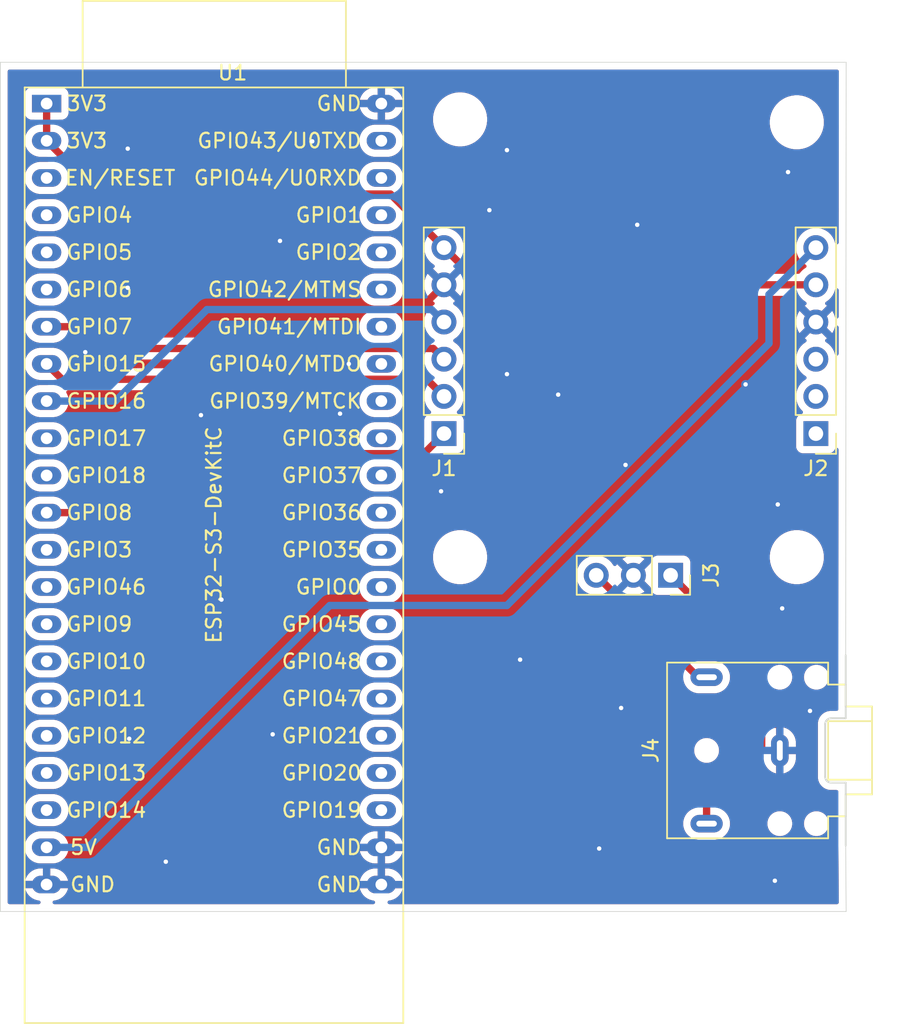
<source format=kicad_pcb>
(kicad_pcb (version 20241229) (generator "pcbnew") (generator_version "9.0")
  (layers (0 "F.Cu" signal) (2 "B.Cu" signal) (13 "F.Paste" user) (15 "B.Paste" user) (5 "F.SilkS" user "F.Silkscreen") (7 "B.SilkS" user "B.Silkscreen") (1 "F.Mask" user) (3 "B.Mask" user) (25 "Edge.Cuts" user))
  (net 0 "")
  (net 4 "GND")
  (net 32 "+5V")
  (net 36 "/BCLK")
  (net 37 "/LRCK")
  (net 38 "/MCLK")
  (net 39 "+3.3V")
  (net 40 "/OUT")
  (net 41 "/FMY")
  (net 42 "/MDI")
  (net 43 "/MDO")
  (net 44 "/RIN")
  (net 45 "/LIN")
  (footprint "MountingHole:MountingHole_3.2mm_M3" (layer "F.Cu") (at 188.4 85.1)
    (property "Reference" "H2" (hide yes))
    (property "Value" "MountingHole" (hide yes))
    (pad "" np_thru_hole circle (at 0 0) (size 3.2 3.2) (drill 3.2) (layers "*.Cu" "*.Mask"))
  )
  (footprint "Connector_PinHeader_2.54mm:PinHeader_1x06_P2.54mm_Vertical" (layer "F.Cu") (at 189.7 106.360002 180)
    (property "Reference" "J2" (at 0 -2.38 0) (layer "F.SilkS"))
    (property "Value" "Conn_01x06_Pin")
    (fp_line (start 1.38 1.27) (end 1.38 14.08) (stroke (width 0.12)) (layer "F.SilkS"))
    (fp_line (start -1.38 14.08) (end 1.38 14.08) (stroke (width 0.12)) (layer "F.SilkS"))
    (fp_line (start -1.38 1.27) (end 1.38 1.27) (stroke (width 0.12)) (layer "F.SilkS"))
    (fp_line (start -1.38 1.27) (end -1.38 14.08) (stroke (width 0.12)) (layer "F.SilkS"))
    (fp_line (start -1.38 0) (end -1.38 -1.38) (stroke (width 0.12)) (layer "F.SilkS"))
    (fp_line (start -1.38 -1.38) (end 0 -1.38) (stroke (width 0.12)) (layer "F.SilkS"))
    (pad "1" thru_hole rect (at 0 0 180) (size 1.7 1.7) (drill 1) (layers "*.Cu" "*.Mask") (net 41 "/FMY"))
    (pad "2" thru_hole circle (at 0 2.54 180) (size 1.7 1.7) (drill 1) (layers "*.Cu" "*.Mask") (net 42 "/MDI"))
    (pad "3" thru_hole circle (at 0 5.08 180) (size 1.7 1.7) (drill 1) (layers "*.Cu" "*.Mask") (net 43 "/MDO"))
    (pad "4" thru_hole circle (at 0 7.62 180) (size 1.7 1.7) (drill 1) (layers "*.Cu" "*.Mask") (net 4 "GND"))
    (pad "5" thru_hole circle (at 0 10.16 180) (size 1.7 1.7) (drill 1) (layers "*.Cu" "*.Mask") (net 39 "+3.3V"))
    (pad "6" thru_hole circle (at 0 12.7 180) (size 1.7 1.7) (drill 1) (layers "*.Cu" "*.Mask") (net 32 "+5V"))
  )
  (footprint "MountingHole:MountingHole_3.2mm_M3" (layer "F.Cu") (at 188.4 114.8)
    (property "Reference" "H4" (hide yes))
    (property "Value" "MountingHole" (hide yes))
    (pad "" np_thru_hole circle (at 0 0) (size 3.2 3.2) (drill 3.2) (layers "*.Cu" "*.Mask"))
  )
  (footprint "Connector_PinSocket_2.54mm:PinSocket_1x03_P2.54mm_Vertical" (layer "F.Cu") (at 179.779 116.037002 -90)
    (property "Reference" "J3" (at 0 -2.77 90) (layer "F.SilkS"))
    (property "Value" "Conn_01x03_Pin")
    (fp_line (start -1.33 6.41) (end 1.33 6.41) (stroke (width 0.12)) (layer "F.SilkS"))
    (fp_line (start -1.33 1.27) (end -1.33 6.41) (stroke (width 0.12)) (layer "F.SilkS"))
    (fp_line (start -1.33 1.27) (end 1.33 1.27) (stroke (width 0.12)) (layer "F.SilkS"))
    (fp_line (start 1.33 1.27) (end 1.33 6.41) (stroke (width 0.12)) (layer "F.SilkS"))
    (fp_line (start 0 -1.33) (end 1.33 -1.33) (stroke (width 0.12)) (layer "F.SilkS"))
    (fp_line (start 1.33 -1.33) (end 1.33 0) (stroke (width 0.12)) (layer "F.SilkS"))
    (pad "1" thru_hole rect (at 0 0 270) (size 1.7 1.7) (drill 1) (layers "*.Cu" "*.Mask") (net 44 "/RIN"))
    (pad "2" thru_hole circle (at 0 2.54 270) (size 1.7 1.7) (drill 1) (layers "*.Cu" "*.Mask") (net 4 "GND"))
    (pad "3" thru_hole circle (at 0 5.08 270) (size 1.7 1.7) (drill 1) (layers "*.Cu" "*.Mask") (net 45 "/LIN"))
  )
  (footprint "PCM_Espressif:ESP32-S3-DevKitC" (layer "F.Cu") (at 137.16 83.82)
    (property "Reference" "U1" (at 12.7 -2.1 0) (layer "F.SilkS"))
    (property "Value" "ESP32-S3-DevKitC" (at 11.42632 29.46128 90) (layer "F.SilkS"))
    (fp_line (start -1.5 62.79728) (end 24.359999 62.79728) (stroke (width 0.12)) (layer "F.SilkS"))
    (fp_line (start -1.499999 -1.1) (end -1.5 62.79728) (stroke (width 0.12)) (layer "F.SilkS"))
    (fp_line (start 2.46012 -7.01312) (end 20.44332 -7.01312) (stroke (width 0.12)) (layer "F.SilkS"))
    (fp_line (start 2.46012 -1.12032) (end 2.46012 -7.01312) (stroke (width 0.12)) (layer "F.SilkS"))
    (fp_line (start 20.44332 -7.01312) (end 20.44332 -1.12032) (stroke (width 0.12)) (layer "F.SilkS"))
    (fp_line (start 24.359999 62.79728) (end 24.36 -1.1) (stroke (width 0.12)) (layer "F.SilkS"))
    (fp_line (start 24.36 -1.1) (end -1.499999 -1.1) (stroke (width 0.12)) (layer "F.SilkS"))
    (fp_text user "EN/RESET" (at 8.88632 5.07728 0) (layer "F.SilkS") (effects (justify right)))
    (fp_text user "GPIO9" (at 1.27 35.56 0) (layer "F.SilkS") (effects (justify left)))
    (fp_text user "GPIO45" (at 21.59 35.56 0) (layer "F.SilkS") (effects (justify right)))
    (fp_text user "GPIO20" (at 21.59 45.72 0) (layer "F.SilkS") (effects (justify right)))
    (fp_text user "GPIO5" (at 1.27 10.16 0) (layer "F.SilkS") (effects (justify left)))
    (fp_text user "GPIO37" (at 21.59 25.4 0) (layer "F.SilkS") (effects (justify right)))
    (fp_text user "GND" (at 21.59 0 0) (layer "F.SilkS") (effects (justify right)))
    (fp_text user "GPIO46" (at 1.27 33.02 0) (layer "F.SilkS") (effects (justify left)))
    (fp_text user "GPIO2" (at 21.59 10.16 0) (layer "F.SilkS") (effects (justify right)))
    (fp_text user "GPIO21" (at 21.59 43.18 0) (layer "F.SilkS") (effects (justify right)))
    (fp_text user "GPIO42/MTMS" (at 21.59 12.7 0) (layer "F.SilkS") (effects (justify right)))
    (fp_text user "GPIO44/U0RXD" (at 21.59 5.08 0) (layer "F.SilkS") (effects (justify right)))
    (fp_text user "GPIO3" (at 1.27 30.48 0) (layer "F.SilkS") (effects (justify left)))
    (fp_text user "GPIO4" (at 1.27 7.62 0) (layer "F.SilkS") (effects (justify left)))
    (fp_text user "GPIO14" (at 1.27 48.26 0) (layer "F.SilkS") (effects (justify left)))
    (fp_text user "GPIO8" (at 1.27 27.94 0) (layer "F.SilkS") (effects (justify left)))
    (fp_text user "GPIO16" (at 1.27 20.32 0) (layer "F.SilkS") (effects (justify left)))
    (fp_text user "GPIO36" (at 21.59 27.94 0) (layer "F.SilkS") (effects (justify right)))
    (fp_text user "GPIO41/MTDI" (at 21.59 15.24 0) (layer "F.SilkS") (effects (justify right)))
    (fp_text user "3V3" (at 1.27 2.54 0) (layer "F.SilkS") (effects (justify left)))
    (fp_text user "GPIO0" (at 21.59 33.02 0) (layer "F.SilkS") (effects (justify right)))
    (fp_text user "GPIO17" (at 1.27 22.86 0) (layer "F.SilkS") (effects (justify left)))
    (fp_text user "GPIO35" (at 21.59 30.48 0) (layer "F.SilkS") (effects (justify right)))
    (fp_text user "5V" (at 1.52032 50.79728 0) (layer "F.SilkS") (effects (justify left)))
    (fp_text user "GPIO7" (at 1.27 15.24 0) (layer "F.SilkS") (effects (justify left)))
    (fp_text user "GPIO19" (at 21.59 48.26 0) (layer "F.SilkS") (effects (justify right)))
    (fp_text user "GPIO18" (at 1.27 25.4 0) (layer "F.SilkS") (effects (justify left)))
    (fp_text user "GPIO48" (at 21.59 38.1 0) (layer "F.SilkS") (effects (justify right)))
    (fp_text user "GPIO11" (at 1.27 40.64 0) (layer "F.SilkS") (effects (justify left)))
    (fp_text user "3V3" (at 1.27 0 0) (layer "F.SilkS") (effects (justify left)))
    (fp_text user "GPIO13" (at 1.27 45.72 0) (layer "F.SilkS") (effects (justify left)))
    (fp_text user "GPIO1" (at 21.59 7.62 0) (layer "F.SilkS") (effects (justify right)))
    (fp_text user "GPIO12" (at 1.27 43.18 0) (layer "F.SilkS") (effects (justify left)))
    (fp_text user "GND" (at 21.59 50.8 0) (layer "F.SilkS") (effects (justify right)))
    (fp_text user "GPIO39/MTCK" (at 21.59 20.32 0) (layer "F.SilkS") (effects (justify right)))
    (fp_text user "GPIO40/MTDO" (at 21.59 17.78 0) (layer "F.SilkS") (effects (justify right)))
    (fp_text user "GND" (at 1.52032 53.33728 0) (layer "F.SilkS") (effects (justify left)))
    (fp_text user "GPIO10" (at 1.27 38.1 0) (layer "F.SilkS") (effects (justify left)))
    (fp_text user "GPIO43/U0TXD" (at 21.59 2.54 0) (layer "F.SilkS") (effects (justify right)))
    (fp_text user "GPIO6" (at 1.27 12.7 0) (layer "F.SilkS") (effects (justify left)))
    (fp_text user "GPIO47" (at 21.59 40.64 0) (layer "F.SilkS") (effects (justify right)))
    (fp_text user "GPIO15" (at 1.27 17.78 0) (layer "F.SilkS") (effects (justify left)))
    (fp_text user "GPIO38" (at 21.59 22.86 0) (layer "F.SilkS") (effects (justify right)))
    (fp_text user "GND" (at 21.59 53.34 0) (layer "F.SilkS") (effects (justify right)))
    (pad "1" thru_hole rect (at 0 0 270) (size 1.2 2) (drill 0.8) (layers "*.Cu" "*.Mask") (net 39 "+3.3V"))
    (pad "2" thru_hole oval (at 0 2.54 270) (size 1.2 2) (drill 0.8) (layers "*.Cu" "*.Mask") (net 39 "+3.3V"))
    (pad "3" thru_hole oval (at 0 5.08 270) (size 1.2 2) (drill 0.8) (layers "*.Cu" "*.Mask"))
    (pad "4" thru_hole oval (at 0 7.62 270) (size 1.2 2) (drill 0.8) (layers "*.Cu" "*.Mask"))
    (pad "5" thru_hole oval (at 0 10.16 270) (size 1.2 2) (drill 0.8) (layers "*.Cu" "*.Mask"))
    (pad "6" thru_hole oval (at 0 12.7 270) (size 1.2 2) (drill 0.8) (layers "*.Cu" "*.Mask"))
    (pad "7" thru_hole oval (at 0 15.24 270) (size 1.2 2) (drill 0.8) (layers "*.Cu" "*.Mask") (net 37 "/LRCK"))
    (pad "8" thru_hole oval (at 0 17.78 270) (size 1.2 2) (drill 0.8) (layers "*.Cu" "*.Mask") (net 40 "/OUT"))
    (pad "9" thru_hole oval (at 0 20.32 270) (size 1.2 2) (drill 0.8) (layers "*.Cu" "*.Mask") (net 38 "/MCLK"))
    (pad "10" thru_hole oval (at 0 22.86 270) (size 1.2 2) (drill 0.8) (layers "*.Cu" "*.Mask"))
    (pad "11" thru_hole oval (at 0 25.4 270) (size 1.2 2) (drill 0.8) (layers "*.Cu" "*.Mask"))
    (pad "12" thru_hole oval (at 0 27.94 270) (size 1.2 2) (drill 0.8) (layers "*.Cu" "*.Mask") (net 36 "/BCLK"))
    (pad "13" thru_hole oval (at 0 30.48 270) (size 1.2 2) (drill 0.8) (layers "*.Cu" "*.Mask"))
    (pad "14" thru_hole oval (at 0 33.02 270) (size 1.2 2) (drill 0.8) (layers "*.Cu" "*.Mask"))
    (pad "15" thru_hole oval (at 0 35.56 270) (size 1.2 2) (drill 0.8) (layers "*.Cu" "*.Mask"))
    (pad "16" thru_hole oval (at 0 38.1 270) (size 1.2 2) (drill 0.8) (layers "*.Cu" "*.Mask"))
    (pad "17" thru_hole oval (at 0 40.64 270) (size 1.2 2) (drill 0.8) (layers "*.Cu" "*.Mask"))
    (pad "18" thru_hole oval (at 0 43.18 270) (size 1.2 2) (drill 0.8) (layers "*.Cu" "*.Mask"))
    (pad "19" thru_hole oval (at 0 45.72 270) (size 1.2 2) (drill 0.8) (layers "*.Cu" "*.Mask"))
    (pad "20" thru_hole oval (at -0.00368 48.25728 270) (size 1.2 2) (drill 0.8) (layers "*.Cu" "*.Mask"))
    (pad "21" thru_hole oval (at -0.00368 50.79728 270) (size 1.2 2) (drill 0.8) (layers "*.Cu" "*.Mask") (net 32 "+5V"))
    (pad "22" thru_hole oval (at -0.00368 53.33728 270) (size 1.2 2) (drill 0.8) (layers "*.Cu" "*.Mask") (net 4 "GND"))
    (pad "23" thru_hole oval (at 22.86 53.34 270) (size 1.2 2) (drill 0.8) (layers "*.Cu" "*.Mask") (net 4 "GND"))
    (pad "24" thru_hole oval (at 22.86 50.8 270) (size 1.2 2) (drill 0.8) (layers "*.Cu" "*.Mask") (net 4 "GND"))
    (pad "25" thru_hole oval (at 22.86 48.26 270) (size 1.2 2) (drill 0.8) (layers "*.Cu" "*.Mask"))
    (pad "26" thru_hole oval (at 22.86 45.72 270) (size 1.2 2) (drill 0.8) (layers "*.Cu" "*.Mask"))
    (pad "27" thru_hole oval (at 22.86 43.18 270) (size 1.2 2) (drill 0.8) (layers "*.Cu" "*.Mask"))
    (pad "28" thru_hole oval (at 22.86 40.64 270) (size 1.2 2) (drill 0.8) (layers "*.Cu" "*.Mask"))
    (pad "29" thru_hole oval (at 22.86 38.1 270) (size 1.2 2) (drill 0.8) (layers "*.Cu" "*.Mask"))
    (pad "30" thru_hole oval (at 22.86 35.56 270) (size 1.2 2) (drill 0.8) (layers "*.Cu" "*.Mask"))
    (pad "31" thru_hole oval (at 22.86 33.02 270) (size 1.2 2) (drill 0.8) (layers "*.Cu" "*.Mask"))
    (pad "32" thru_hole oval (at 22.86 30.48 270) (size 1.2 2) (drill 0.8) (layers "*.Cu" "*.Mask"))
    (pad "33" thru_hole oval (at 22.86 27.94 270) (size 1.2 2) (drill 0.8) (layers "*.Cu" "*.Mask"))
    (pad "34" thru_hole oval (at 22.86 25.4 270) (size 1.2 2) (drill 0.8) (layers "*.Cu" "*.Mask"))
    (pad "35" thru_hole oval (at 22.86 22.86 270) (size 1.2 2) (drill 0.8) (layers "*.Cu" "*.Mask"))
    (pad "36" thru_hole oval (at 22.86 20.32 270) (size 1.2 2) (drill 0.8) (layers "*.Cu" "*.Mask"))
    (pad "37" thru_hole oval (at 22.86 17.78 270) (size 1.2 2) (drill 0.8) (layers "*.Cu" "*.Mask"))
    (pad "38" thru_hole oval (at 22.86 15.24 270) (size 1.2 2) (drill 0.8) (layers "*.Cu" "*.Mask"))
    (pad "39" thru_hole oval (at 22.86 12.7 270) (size 1.2 2) (drill 0.8) (layers "*.Cu" "*.Mask"))
    (pad "40" thru_hole oval (at 22.86 10.16 270) (size 1.2 2) (drill 0.8) (layers "*.Cu" "*.Mask"))
    (pad "41" thru_hole oval (at 22.86 7.62 270) (size 1.2 2) (drill 0.8) (layers "*.Cu" "*.Mask"))
    (pad "42" thru_hole oval (at 22.86 5.08 270) (size 1.2 2) (drill 0.8) (layers "*.Cu" "*.Mask"))
    (pad "43" thru_hole oval (at 22.86 2.54 270) (size 1.2 2) (drill 0.8) (layers "*.Cu" "*.Mask"))
    (pad "44" thru_hole oval (at 22.86 0 270) (size 1.2 2) (drill 0.8) (layers "*.Cu" "*.Mask") (net 4 "GND"))
  )
  (footprint "MountingHole:MountingHole_3.2mm_M3" (layer "F.Cu") (at 165.4 84.9)
    (property "Reference" "H1" (hide yes))
    (property "Value" "MountingHole" (hide yes))
    (pad "" np_thru_hole circle (at 0 0) (size 3.2 3.2) (drill 3.2) (layers "*.Cu" "*.Mask"))
  )
  (footprint "Connector_PinHeader_2.54mm:PinHeader_1x06_P2.54mm_Vertical" (layer "F.Cu") (at 164.3 106.360002 180)
    (property "Reference" "J1" (at 0 -2.38 0) (layer "F.SilkS"))
    (property "Value" "Conn_01x06_Pin")
    (fp_line (start 1.38 1.27) (end 1.38 14.08) (stroke (width 0.12)) (layer "F.SilkS"))
    (fp_line (start -1.38 14.08) (end 1.38 14.08) (stroke (width 0.12)) (layer "F.SilkS"))
    (fp_line (start -1.38 1.27) (end 1.38 1.27) (stroke (width 0.12)) (layer "F.SilkS"))
    (fp_line (start -1.38 1.27) (end -1.38 14.08) (stroke (width 0.12)) (layer "F.SilkS"))
    (fp_line (start -1.38 0) (end -1.38 -1.38) (stroke (width 0.12)) (layer "F.SilkS"))
    (fp_line (start -1.38 -1.38) (end 0 -1.38) (stroke (width 0.12)) (layer "F.SilkS"))
    (pad "1" thru_hole rect (at 0 0 180) (size 1.7 1.7) (drill 1) (layers "*.Cu" "*.Mask") (net 36 "/BCLK"))
    (pad "2" thru_hole circle (at 0 2.54 180) (size 1.7 1.7) (drill 1) (layers "*.Cu" "*.Mask") (net 40 "/OUT"))
    (pad "3" thru_hole circle (at 0 5.08 180) (size 1.7 1.7) (drill 1) (layers "*.Cu" "*.Mask") (net 37 "/LRCK"))
    (pad "4" thru_hole circle (at 0 7.62 180) (size 1.7 1.7) (drill 1) (layers "*.Cu" "*.Mask") (net 38 "/MCLK"))
    (pad "5" thru_hole circle (at 0 10.16 180) (size 1.7 1.7) (drill 1) (layers "*.Cu" "*.Mask") (net 4 "GND"))
    (pad "6" thru_hole circle (at 0 12.7 180) (size 1.7 1.7) (drill 1) (layers "*.Cu" "*.Mask") (net 39 "+3.3V"))
  )
  (footprint "Connector_Audio:Jack_3.5mm_CUI_SJ1-3523N_Horizontal" (layer "F.Cu") (at 187.238 128 90)
    (property "Reference" "J4" (at 0 -8.8 90) (layer "F.SilkS"))
    (property "Value" "AudioJack3")
    (fp_line (start 6 -7.7) (end 6 3.3) (stroke (width 0.12)) (layer "F.SilkS"))
    (fp_line (start -6 -7.7) (end 6 -7.7) (stroke (width 0.12)) (layer "F.SilkS"))
    (fp_line (start 6 3.3) (end 4.5 3.3) (stroke (width 0.12)) (layer "F.SilkS"))
    (fp_line (start 4.5 3.3) (end 4.5 4.5) (stroke (width 0.12)) (layer "F.SilkS"))
    (fp_line (start 2 3.3) (end -2 3.3) (stroke (width 0.12)) (layer "F.SilkS"))
    (fp_line (start -2 3.3) (end -2 6.3) (stroke (width 0.12)) (layer "F.SilkS"))
    (fp_line (start -4.5 3.3) (end -6 3.3) (stroke (width 0.12)) (layer "F.SilkS"))
    (fp_line (start -6 3.3) (end -6 -7.7) (stroke (width 0.12)) (layer "F.SilkS"))
    (fp_line (start 4.5 4.5) (end 3 4.5) (stroke (width 0.12)) (layer "F.SilkS"))
    (fp_line (start 3 4.5) (end 3 6.3) (stroke (width 0.12)) (layer "F.SilkS"))
    (fp_line (start -3 4.5) (end -4.5 4.5) (stroke (width 0.12)) (layer "F.SilkS"))
    (fp_line (start -4.5 4.5) (end -4.5 3.3) (stroke (width 0.12)) (layer "F.SilkS"))
    (fp_line (start 3 6.3) (end -3 6.3) (stroke (width 0.12)) (layer "F.SilkS"))
    (fp_line (start 2 6.3) (end 2 3.3) (stroke (width 0.12)) (layer "F.SilkS"))
    (fp_line (start -3 6.3) (end -3 4.5) (stroke (width 0.12)) (layer "F.SilkS"))
    (fp_line (start 1.8 3.1) (end -1.8 3.1) (stroke (width 0.12)) (layer "Edge.Cuts"))
    (fp_line (start 2.2 3.5) (end 2.2 4.5) (stroke (width 0.12)) (layer "Edge.Cuts"))
    (fp_line (start -2.2 3.5) (end -2.2 4.5) (stroke (width 0.12)) (layer "Edge.Cuts"))
    (fp_line (start 2.2 4.5) (end 6.5 4.5) (stroke (width 0.12)) (layer "Edge.Cuts"))
    (fp_line (start -2.2 4.5) (end -6.5 4.5) (stroke (width 0.12)) (layer "Edge.Cuts"))
    (fp_arc (start 1.8 3.1) (mid 2.082843 3.217157) (end 2.2 3.5) (stroke (width 0.12)) (layer "Edge.Cuts"))
    (fp_arc (start -2.2 3.5) (mid -2.082843 3.217158) (end -1.8 3.1) (stroke (width 0.12)) (layer "Edge.Cuts"))
    (pad "" np_thru_hole circle (at -5 0 90) (size 1.2 1.2) (drill 1.2) (layers "*.Cu" "*.Mask"))
    (pad "" np_thru_hole circle (at -5 2.5 90) (size 1.2 1.2) (drill 1.2) (layers "*.Cu" "*.Mask"))
    (pad "" np_thru_hole circle (at 0 -5 90) (size 1.2 1.2) (drill 1.2) (layers "*.Cu" "*.Mask"))
    (pad "" np_thru_hole circle (at 5 0 90) (size 1.2 1.2) (drill 1.2) (layers "*.Cu" "*.Mask"))
    (pad "" np_thru_hole circle (at 5 2.5 90) (size 1.2 1.2) (drill 1.2) (layers "*.Cu" "*.Mask"))
    (pad "R" thru_hole oval (at -5 -5 90) (size 1.2 2.2) (drill oval 0.4 1.4) (layers "*.Cu" "*.Mask") (net 44 "/RIN"))
    (pad "S" thru_hole oval (at 0 0 90) (size 2.2 1.2) (drill oval 1.4 0.4) (layers "*.Cu" "*.Mask") (net 4 "GND"))
    (pad "T" thru_hole oval (at 5 -5 270) (size 1.2 2.2) (drill oval 0.4 1.4) (layers "*.Cu" "*.Mask") (net 45 "/LIN"))
  )
  (footprint "MountingHole:MountingHole_3.2mm_M3" (layer "F.Cu") (at 165.4 114.8)
    (property "Reference" "H3" (hide yes))
    (property "Value" "MountingHole" (hide yes))
    (pad "" np_thru_hole circle (at 0 0) (size 3.2 3.2) (drill 3.2) (layers "*.Cu" "*.Mask"))
  )
  (gr_line (start 134 139) (end 134 81) (stroke (width 0.05)) (layer "Edge.Cuts"))
  (gr_line (start 191.77 81) (end 191.738 121.5) (stroke (width 0.05)) (layer "Edge.Cuts"))
  (gr_line (start 191.77 139) (end 134 139) (stroke (width 0.05)) (layer "Edge.Cuts"))
  (gr_line (start 191.738 134.5) (end 191.77 139) (stroke (width 0.05)) (layer "Edge.Cuts"))
  (gr_line (start 134 81) (end 191.77 81) (stroke (width 0.05)) (layer "Edge.Cuts"))
  (via (at 187.4 118.3) (size 0.6) (drill 0.3) (layers "F.Cu" "B.Cu") (net 4))
  (via (at 149.1 117.7) (size 0.6) (drill 0.3) (layers "F.Cu" "B.Cu") (net 4))
  (via (at 153.1 93.2) (size 0.6) (drill 0.3) (layers "F.Cu" "B.Cu") (net 4))
  (via (at 172.1 103.7) (size 0.6) (drill 0.3) (layers "F.Cu" "B.Cu") (net 4))
  (via (at 168.6 87) (size 0.6) (drill 0.3) (layers "F.Cu" "B.Cu") (net 4))
  (via (at 167.4 91.1) (size 0.6) (drill 0.3) (layers "F.Cu" "B.Cu") (net 4))
  (via (at 186.9 136.9) (size 0.6) (drill 0.3) (layers "F.Cu" "B.Cu") (net 4))
  (via (at 187.8 88.5) (size 0.6) (drill 0.3) (layers "F.Cu" "B.Cu") (net 4))
  (via (at 145.3 135.6) (size 0.6) (drill 0.3) (layers "F.Cu" "B.Cu") (net 4))
  (via (at 189.3 125.3) (size 0.6) (drill 0.3) (layers "F.Cu" "B.Cu") (net 4))
  (via (at 168.6 102.3) (size 0.6) (drill 0.3) (layers "F.Cu" "B.Cu") (net 4))
  (via (at 176.7 108.5) (size 0.6) (drill 0.3) (layers "F.Cu" "B.Cu") (net 4))
  (via (at 142.7 86.9) (size 0.6) (drill 0.3) (layers "F.Cu" "B.Cu") (net 4))
  (via (at 155.3 86.4) (size 0.6) (drill 0.3) (layers "F.Cu" "B.Cu") (net 4))
  (via (at 157.8 101.6) (size 0.6) (drill 0.3) (layers "F.Cu" "B.Cu") (net 4))
  (via (at 164.1 110.3) (size 0.6) (drill 0.3) (layers "F.Cu" "B.Cu") (net 4))
  (via (at 142.8 127.2) (size 0.6) (drill 0.3) (layers "F.Cu" "B.Cu") (net 4))
  (via (at 184.9 103) (size 0.6) (drill 0.3) (layers "F.Cu" "B.Cu") (net 4))
  (via (at 174.9 134.7) (size 0.6) (drill 0.3) (layers "F.Cu" "B.Cu") (net 4))
  (via (at 157.2 105) (size 0.6) (drill 0.3) (layers "F.Cu" "B.Cu") (net 4))
  (via (at 142.7 96.4) (size 0.6) (drill 0.3) (layers "F.Cu" "B.Cu") (net 4))
  (via (at 187.1 111.2) (size 0.6) (drill 0.3) (layers "F.Cu" "B.Cu") (net 4))
  (via (at 169.5 121.8) (size 0.6) (drill 0.3) (layers "F.Cu" "B.Cu") (net 4))
  (via (at 152.6 126.9) (size 0.6) (drill 0.3) (layers "F.Cu" "B.Cu") (net 4))
  (via (at 139.8 100.8) (size 0.6) (drill 0.3) (layers "F.Cu" "B.Cu") (net 4))
  (via (at 176.4 125.1) (size 0.6) (drill 0.3) (layers "F.Cu" "B.Cu") (net 4))
  (via (at 177.5 92.1) (size 0.6) (drill 0.3) (layers "F.Cu" "B.Cu") (net 4))
  (via (at 147.7 105.1) (size 0.6) (drill 0.3) (layers "F.Cu" "B.Cu") (net 4))
  (segment (start 139.98272 134.61728) (end 137.15632 134.61728) (width 0.5) (layer "B.Cu") (net 32))
  (segment (start 189.7 93.660002) (end 186.5 96.860002) (width 0.5) (layer "B.Cu") (net 32))
  (segment (start 168.6 118.1) (end 156.5 118.1) (width 0.5) (layer "B.Cu") (net 32))
  (segment (start 156.5 118.1) (end 139.98272 134.61728) (width 0.5) (layer "B.Cu") (net 32))
  (segment (start 186.5 100.2) (end 168.6 118.1) (width 0.5) (layer "B.Cu") (net 32))
  (segment (start 186.5 96.860002) (end 186.5 100.2) (width 0.5) (layer "B.Cu") (net 32))
  (segment (start 162.929002 107.731) (end 145.269 107.731) (width 0.5) (layer "F.Cu") (net 36))
  (segment (start 145.269 107.731) (end 141.24 111.76) (width 0.5) (layer "F.Cu") (net 36))
  (segment (start 164.3 106.360002) (end 162.929002 107.731) (width 0.5) (layer "F.Cu") (net 36))
  (segment (start 141.24 111.76) (end 137.16 111.76) (width 0.5) (layer "F.Cu") (net 36))
  (segment (start 140.06 99.06) (end 141.549 100.549) (width 0.5) (layer "F.Cu") (net 37))
  (segment (start 163.568998 100.549) (end 164.3 101.280002) (width 0.5) (layer "F.Cu") (net 37))
  (segment (start 141.549 100.549) (end 163.568998 100.549) (width 0.5) (layer "F.Cu") (net 37))
  (segment (start 137.16 99.06) (end 140.06 99.06) (width 0.5) (layer "F.Cu") (net 37))
  (segment (start 148.109998 97.890002) (end 141.86 104.14) (width 0.5) (layer "B.Cu") (net 38))
  (segment (start 164.3 98.740002) (end 163.45 97.890002) (width 0.5) (layer "B.Cu") (net 38))
  (segment (start 163.45 97.890002) (end 148.109998 97.890002) (width 0.5) (layer "B.Cu") (net 38))
  (segment (start 141.86 104.14) (end 137.16 104.14) (width 0.5) (layer "B.Cu") (net 38))
  (segment (start 166.84 96.200002) (end 189.7 96.200002) (width 0.5) (layer "F.Cu") (net 39))
  (segment (start 140.8 90) (end 160.639998 90) (width 0.5) (layer "F.Cu") (net 39))
  (segment (start 160.639998 90) (end 164.3 93.660002) (width 0.5) (layer "F.Cu") (net 39))
  (segment (start 137.16 86.36) (end 140.8 90) (width 0.5) (layer "F.Cu") (net 39))
  (segment (start 164.3 93.660002) (end 166.84 96.200002) (width 0.5) (layer "F.Cu") (net 39))
  (segment (start 137.16 86.36) (end 137.16 83.82) (width 0.5) (layer "F.Cu") (net 39))
  (segment (start 163.130998 102.651) (end 164.3 103.820002) (width 0.5) (layer "F.Cu") (net 40))
  (segment (start 137.16 101.6) (end 138.211 102.651) (width 0.5) (layer "F.Cu") (net 40))
  (segment (start 138.211 102.651) (end 163.130998 102.651) (width 0.5) (layer "F.Cu") (net 40))
  (segment (start 179.779 116.037002) (end 186 122.258002) (width 0.5) (layer "F.Cu") (net 44))
  (segment (start 186 122.258002) (end 186 128) (width 0.5) (layer "F.Cu") (net 44))
  (segment (start 186 128) (end 182.238 131.762) (width 0.5) (layer "F.Cu") (net 44))
  (segment (start 182.238 131.762) (end 182.238 133) (width 0.5) (layer "F.Cu") (net 44))
  (segment (start 181.661998 123) (end 174.699 116.037002) (width 0.5) (layer "F.Cu") (net 45))
  (segment (start 182.238 123) (end 181.661998 123) (width 0.5) (layer "F.Cu") (net 45))
  (zone (net 4) (net_name "GND") (layers "F.Cu" "B.Cu") (connect_pads (clearance 0.5)) (min_thickness 0.25) (fill yes (thermal_gap 0.5) (thermal_bridge_width 0.5))
    (polygon (pts (xy 192 81) (xy 192 139) (xy 134 139) (xy 134 81)))
  )
)
</source>
